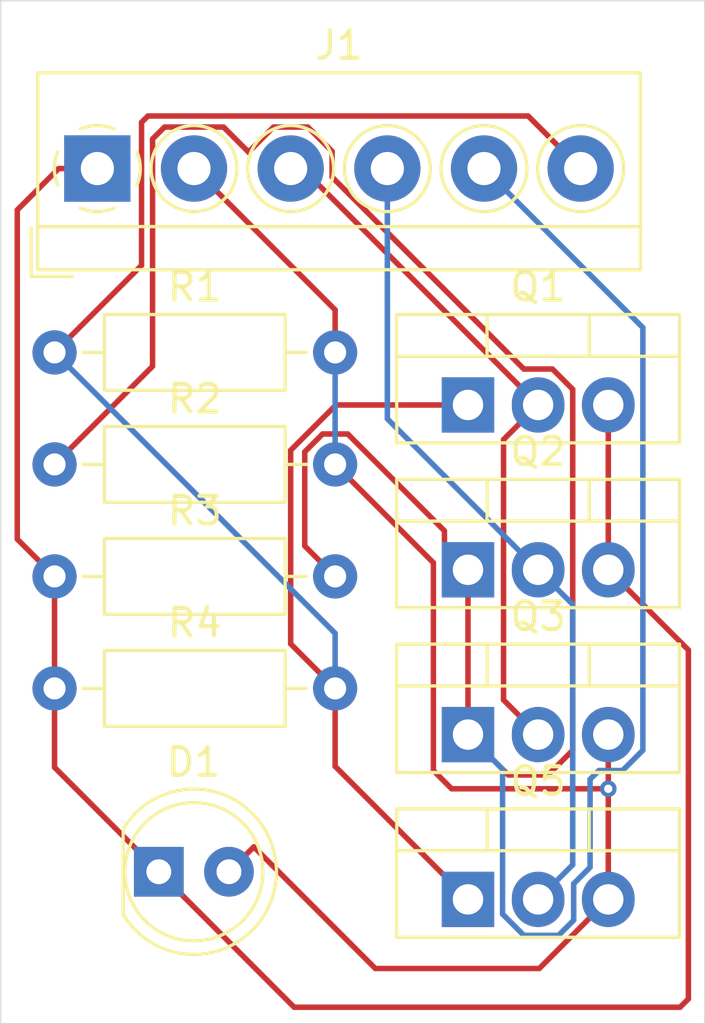
<source format=kicad_pcb>
(kicad_pcb (version 20240108) (generator "pcbnew") (generator_version "8.0")
  (layers (0 "F.Cu" signal) (31 "B.Cu" signal) (34 "B.Paste" user) (35 "F.Paste" user) (36 "B.SilkS" user "B.Silkscreen") (37 "F.SilkS" user "F.Silkscreen") (38 "B.Mask" user) (39 "F.Mask" user) (44 "Edge.Cuts" user))
  (net 0 "")
  (net 1 "Net-(D1-A)")
  (net 2 "Net-(D1-K)")
  (net 3 "Net-(J1-Pin_4)")
  (net 4 "Net-(J1-Pin_6)")
  (net 5 "Net-(J1-Pin_5)")
  (net 6 "Net-(J1-Pin_3)")
  (footprint "Package_TO_SOT_THT:TO-220-3_Vertical" (layer "F.Cu") (at 162.92 98.58)
    (property "Reference" "Q2" (at 2.54 -4.27 0) (layer "F.SilkS"))
    (property "Value" "IRLZ44N")
    (fp_line (start -2.58 -3.27) (end -2.58 1.371) (stroke (width 0.12)) (layer "F.SilkS"))
    (fp_line (start -2.58 -3.27) (end 7.66 -3.27) (stroke (width 0.12)) (layer "F.SilkS"))
    (fp_line (start -2.58 -1.76) (end 7.66 -1.76) (stroke (width 0.12)) (layer "F.SilkS"))
    (fp_line (start -2.58 1.371) (end 7.66 1.371) (stroke (width 0.12)) (layer "F.SilkS"))
    (fp_line (start 0.69 -3.27) (end 0.69 -1.76) (stroke (width 0.12)) (layer "F.SilkS"))
    (fp_line (start 4.391 -3.27) (end 4.391 -1.76) (stroke (width 0.12)) (layer "F.SilkS"))
    (fp_line (start 7.66 -3.27) (end 7.66 1.371) (stroke (width 0.12)) (layer "F.SilkS"))
    (pad "1" thru_hole rect (at 0 0) (size 1.905 2) (drill 1.1) (layers "*.Cu" "*.Mask") (net 5 "Net-(J1-Pin_5)"))
    (pad "2" thru_hole oval (at 2.54 0) (size 1.905 2) (drill 1.1) (layers "*.Cu" "*.Mask") (net 3 "Net-(J1-Pin_4)"))
    (pad "3" thru_hole oval (at 5.08 0) (size 1.905 2) (drill 1.1) (layers "*.Cu" "*.Mask") (net 2 "Net-(D1-K)"))
  )
  (footprint "Resistor_THT:R_Axial_DIN0207_L6.3mm_D2.5mm_P10.16mm_Horizontal" (layer "F.Cu") (at 147.95 98.82)
    (property "Reference" "R3" (at 5.08 -2.37 0) (layer "F.SilkS"))
    (property "Value" "10k")
    (fp_line (start 1.04 0) (end 1.81 0) (stroke (width 0.12)) (layer "F.SilkS"))
    (fp_line (start 1.81 -1.37) (end 1.81 1.37) (stroke (width 0.12)) (layer "F.SilkS"))
    (fp_line (start 1.81 1.37) (end 8.35 1.37) (stroke (width 0.12)) (layer "F.SilkS"))
    (fp_line (start 8.35 -1.37) (end 1.81 -1.37) (stroke (width 0.12)) (layer "F.SilkS"))
    (fp_line (start 8.35 1.37) (end 8.35 -1.37) (stroke (width 0.12)) (layer "F.SilkS"))
    (fp_line (start 9.12 0) (end 8.35 0) (stroke (width 0.12)) (layer "F.SilkS"))
    (pad "1" thru_hole circle (at 0 0) (size 1.6 1.6) (drill 0.8) (layers "*.Cu" "*.Mask") (net 2 "Net-(D1-K)"))
    (pad "2" thru_hole oval (at 10.16 0) (size 1.6 1.6) (drill 0.8) (layers "*.Cu" "*.Mask") (net 5 "Net-(J1-Pin_5)"))
  )
  (footprint "LED_THT:LED_D5.0mm_Clear" (layer "F.Cu") (at 151.725 109.5)
    (property "Reference" "D1" (at 1.27 -3.96 0) (layer "F.SilkS"))
    (property "Value" "LED")
    (fp_line (start -1.29 -1.545) (end -1.29 1.545) (stroke (width 0.12)) (layer "F.SilkS"))
    (fp_arc (start -1.29 -1.54483) (mid 2.072002 -2.880433) (end 4.26 0.000462) (stroke (width 0.12)) (layer "F.SilkS"))
    (fp_arc (start 4.26 -0.000462) (mid 2.072002 2.880433) (end -1.29 1.54483) (stroke (width 0.12)) (layer "F.SilkS"))
    (fp_circle (center 1.27 0) (end 3.77 0) (stroke (width 0.12)) (fill none) (layer "F.SilkS"))
    (pad "1" thru_hole rect (at 0 0) (size 1.8 1.8) (drill 0.9) (layers "*.Cu" "*.Mask") (net 2 "Net-(D1-K)"))
    (pad "2" thru_hole circle (at 2.54 0) (size 1.8 1.8) (drill 0.9) (layers "*.Cu" "*.Mask") (net 1 "Net-(D1-A)"))
  )
  (footprint "Resistor_THT:R_Axial_DIN0207_L6.3mm_D2.5mm_P10.16mm_Horizontal" (layer "F.Cu") (at 147.95 90.72)
    (property "Reference" "R1" (at 5.08 -2.37 0) (layer "F.SilkS"))
    (property "Value" "10K")
    (fp_line (start 1.04 0) (end 1.81 0) (stroke (width 0.12)) (layer "F.SilkS"))
    (fp_line (start 1.81 -1.37) (end 1.81 1.37) (stroke (width 0.12)) (layer "F.SilkS"))
    (fp_line (start 1.81 1.37) (end 8.35 1.37) (stroke (width 0.12)) (layer "F.SilkS"))
    (fp_line (start 8.35 -1.37) (end 1.81 -1.37) (stroke (width 0.12)) (layer "F.SilkS"))
    (fp_line (start 8.35 1.37) (end 8.35 -1.37) (stroke (width 0.12)) (layer "F.SilkS"))
    (fp_line (start 9.12 0) (end 8.35 0) (stroke (width 0.12)) (layer "F.SilkS"))
    (pad "1" thru_hole circle (at 0 0) (size 1.6 1.6) (drill 0.8) (layers "*.Cu" "*.Mask") (net 4 "Net-(J1-Pin_6)"))
    (pad "2" thru_hole oval (at 10.16 0) (size 1.6 1.6) (drill 0.8) (layers "*.Cu" "*.Mask") (net 1 "Net-(D1-A)"))
  )
  (footprint "TerminalBlock_4Ucon:TerminalBlock_4Ucon_1x06_P3.50mm_Horizontal" (layer "F.Cu") (at 149.5 84.07)
    (property "Reference" "J1" (at 8.75 -4.46 0) (layer "F.SilkS"))
    (property "Value" "Screw_Terminal_01x06")
    (fp_line (start -2.4 2.16) (end -2.4 3.9) (stroke (width 0.12)) (layer "F.SilkS"))
    (fp_line (start -2.4 3.9) (end -0.9 3.9) (stroke (width 0.12)) (layer "F.SilkS"))
    (fp_line (start -2.16 -3.46) (end -2.16 3.66) (stroke (width 0.12)) (layer "F.SilkS"))
    (fp_line (start -2.16 -3.46) (end 19.66 -3.46) (stroke (width 0.12)) (layer "F.SilkS"))
    (fp_line (start -2.16 2.1) (end 19.66 2.1) (stroke (width 0.12)) (layer "F.SilkS"))
    (fp_line (start -2.16 3.66) (end 19.66 3.66) (stroke (width 0.12)) (layer "F.SilkS"))
    (fp_line (start 19.66 -3.46) (end 19.66 3.66) (stroke (width 0.12)) (layer "F.SilkS"))
    (fp_arc (start -1.432109 0.607742) (mid -1.555727 -0.00014) (end -1.432 -0.608) (stroke (width 0.12)) (layer "F.SilkS"))
    (fp_arc (start -0.607742 -1.432109) (mid 0.00014 -1.555727) (end 0.608 -1.432) (stroke (width 0.12)) (layer "F.SilkS"))
    (fp_arc (start 0.027011 1.555493) (mid -0.296984 1.527118) (end -0.608 1.432) (stroke (width 0.12)) (layer "F.SilkS"))
    (fp_arc (start 0.607587 1.431385) (mid 0.310017 1.523783) (end 0 1.555) (stroke (width 0.12)) (layer "F.SilkS"))
    (fp_arc (start 1.432109 -0.607742) (mid 1.555727 0.00014) (end 1.432 0.608) (stroke (width 0.12)) (layer "F.SilkS"))
    (fp_circle (center 3.5 0) (end 5.055 0) (stroke (width 0.12)) (fill none) (layer "F.SilkS"))
    (fp_circle (center 7 0) (end 8.555 0) (stroke (width 0.12)) (fill none) (layer "F.SilkS"))
    (fp_circle (center 10.5 0) (end 12.055 0) (stroke (width 0.12)) (fill none) (layer "F.SilkS"))
    (fp_circle (center 14 0) (end 15.555 0) (stroke (width 0.12)) (fill none) (layer "F.SilkS"))
    (fp_circle (center 17.5 0) (end 19.055 0) (stroke (width 0.12)) (fill none) (layer "F.SilkS"))
    (pad "1" thru_hole rect (at 0 0) (size 2.4 2.4) (drill 1.2) (layers "*.Cu" "*.Mask") (net 2 "Net-(D1-K)"))
    (pad "2" thru_hole circle (at 3.5 0) (size 2.4 2.4) (drill 1.2) (layers "*.Cu" "*.Mask") (net 1 "Net-(D1-A)"))
    (pad "3" thru_hole circle (at 7 0) (size 2.4 2.4) (drill 1.2) (layers "*.Cu" "*.Mask") (net 6 "Net-(J1-Pin_3)"))
    (pad "4" thru_hole circle (at 10.5 0) (size 2.4 2.4) (drill 1.2) (layers "*.Cu" "*.Mask") (net 3 "Net-(J1-Pin_4)"))
    (pad "5" thru_hole circle (at 14 0) (size 2.4 2.4) (drill 1.2) (layers "*.Cu" "*.Mask") (net 5 "Net-(J1-Pin_5)"))
    (pad "6" thru_hole circle (at 17.5 0) (size 2.4 2.4) (drill 1.2) (layers "*.Cu" "*.Mask") (net 4 "Net-(J1-Pin_6)"))
  )
  (footprint "Package_TO_SOT_THT:TO-220-3_Vertical" (layer "F.Cu") (at 162.92 92.62)
    (property "Reference" "Q1" (at 2.54 -4.27 0) (layer "F.SilkS"))
    (property "Value" "IRLZ44N")
    (fp_line (start -2.58 -3.27) (end -2.58 1.371) (stroke (width 0.12)) (layer "F.SilkS"))
    (fp_line (start -2.58 -3.27) (end 7.66 -3.27) (stroke (width 0.12)) (layer "F.SilkS"))
    (fp_line (start -2.58 -1.76) (end 7.66 -1.76) (stroke (width 0.12)) (layer "F.SilkS"))
    (fp_line (start -2.58 1.371) (end 7.66 1.371) (stroke (width 0.12)) (layer "F.SilkS"))
    (fp_line (start 0.69 -3.27) (end 0.69 -1.76) (stroke (width 0.12)) (layer "F.SilkS"))
    (fp_line (start 4.391 -3.27) (end 4.391 -1.76) (stroke (width 0.12)) (layer "F.SilkS"))
    (fp_line (start 7.66 -3.27) (end 7.66 1.371) (stroke (width 0.12)) (layer "F.SilkS"))
    (pad "1" thru_hole rect (at 0 0) (size 1.905 2) (drill 1.1) (layers "*.Cu" "*.Mask") (net 4 "Net-(J1-Pin_6)"))
    (pad "2" thru_hole oval (at 2.54 0) (size 1.905 2) (drill 1.1) (layers "*.Cu" "*.Mask") (net 6 "Net-(J1-Pin_3)"))
    (pad "3" thru_hole oval (at 5.08 0) (size 1.905 2) (drill 1.1) (layers "*.Cu" "*.Mask") (net 2 "Net-(D1-K)"))
  )
  (footprint "Resistor_THT:R_Axial_DIN0207_L6.3mm_D2.5mm_P10.16mm_Horizontal" (layer "F.Cu") (at 147.95 94.77)
    (property "Reference" "R2" (at 5.08 -2.37 0) (layer "F.SilkS"))
    (property "Value" "10k")
    (fp_line (start 1.04 0) (end 1.81 0) (stroke (width 0.12)) (layer "F.SilkS"))
    (fp_line (start 1.81 -1.37) (end 1.81 1.37) (stroke (width 0.12)) (layer "F.SilkS"))
    (fp_line (start 1.81 1.37) (end 8.35 1.37) (stroke (width 0.12)) (layer "F.SilkS"))
    (fp_line (start 8.35 -1.37) (end 1.81 -1.37) (stroke (width 0.12)) (layer "F.SilkS"))
    (fp_line (start 8.35 1.37) (end 8.35 -1.37) (stroke (width 0.12)) (layer "F.SilkS"))
    (fp_line (start 9.12 0) (end 8.35 0) (stroke (width 0.12)) (layer "F.SilkS"))
    (pad "1" thru_hole circle (at 0 0) (size 1.6 1.6) (drill 0.8) (layers "*.Cu" "*.Mask") (net 5 "Net-(J1-Pin_5)"))
    (pad "2" thru_hole oval (at 10.16 0) (size 1.6 1.6) (drill 0.8) (layers "*.Cu" "*.Mask") (net 1 "Net-(D1-A)"))
  )
  (footprint "Package_TO_SOT_THT:TO-220-3_Vertical" (layer "F.Cu") (at 162.92 104.54)
    (property "Reference" "Q3" (at 2.54 -4.27 0) (layer "F.SilkS"))
    (property "Value" "IRF4905")
    (fp_line (start -2.58 -3.27) (end -2.58 1.371) (stroke (width 0.12)) (layer "F.SilkS"))
    (fp_line (start -2.58 -3.27) (end 7.66 -3.27) (stroke (width 0.12)) (layer "F.SilkS"))
    (fp_line (start -2.58 -1.76) (end 7.66 -1.76) (stroke (width 0.12)) (layer "F.SilkS"))
    (fp_line (start -2.58 1.371) (end 7.66 1.371) (stroke (width 0.12)) (layer "F.SilkS"))
    (fp_line (start 0.69 -3.27) (end 0.69 -1.76) (stroke (width 0.12)) (layer "F.SilkS"))
    (fp_line (start 4.391 -3.27) (end 4.391 -1.76) (stroke (width 0.12)) (layer "F.SilkS"))
    (fp_line (start 7.66 -3.27) (end 7.66 1.371) (stroke (width 0.12)) (layer "F.SilkS"))
    (pad "1" thru_hole rect (at 0 0) (size 1.905 2) (drill 1.1) (layers "*.Cu" "*.Mask") (net 5 "Net-(J1-Pin_5)"))
    (pad "2" thru_hole oval (at 2.54 0) (size 1.905 2) (drill 1.1) (layers "*.Cu" "*.Mask") (net 6 "Net-(J1-Pin_3)"))
    (pad "3" thru_hole oval (at 5.08 0) (size 1.905 2) (drill 1.1) (layers "*.Cu" "*.Mask") (net 1 "Net-(D1-A)"))
  )
  (footprint "Package_TO_SOT_THT:TO-220-3_Vertical" (layer "F.Cu") (at 162.92 110.5)
    (property "Reference" "Q5" (at 2.54 -4.27 0) (layer "F.SilkS"))
    (property "Value" "IRF4905")
    (fp_line (start -2.58 -3.27) (end -2.58 1.371) (stroke (width 0.12)) (layer "F.SilkS"))
    (fp_line (start -2.58 -3.27) (end 7.66 -3.27) (stroke (width 0.12)) (layer "F.SilkS"))
    (fp_line (start -2.58 -1.76) (end 7.66 -1.76) (stroke (width 0.12)) (layer "F.SilkS"))
    (fp_line (start -2.58 1.371) (end 7.66 1.371) (stroke (width 0.12)) (layer "F.SilkS"))
    (fp_line (start 0.69 -3.27) (end 0.69 -1.76) (stroke (width 0.12)) (layer "F.SilkS"))
    (fp_line (start 4.391 -3.27) (end 4.391 -1.76) (stroke (width 0.12)) (layer "F.SilkS"))
    (fp_line (start 7.66 -3.27) (end 7.66 1.371) (stroke (width 0.12)) (layer "F.SilkS"))
    (pad "1" thru_hole rect (at 0 0) (size 1.905 2) (drill 1.1) (layers "*.Cu" "*.Mask") (net 4 "Net-(J1-Pin_6)"))
    (pad "2" thru_hole oval (at 2.54 0) (size 1.905 2) (drill 1.1) (layers "*.Cu" "*.Mask") (net 3 "Net-(J1-Pin_4)"))
    (pad "3" thru_hole oval (at 5.08 0) (size 1.905 2) (drill 1.1) (layers "*.Cu" "*.Mask") (net 1 "Net-(D1-A)"))
  )
  (footprint "Resistor_THT:R_Axial_DIN0207_L6.3mm_D2.5mm_P10.16mm_Horizontal" (layer "F.Cu") (at 147.95 102.87)
    (property "Reference" "R4" (at 5.08 -2.37 0) (layer "F.SilkS"))
    (property "Value" "10k")
    (fp_line (start 1.04 0) (end 1.81 0) (stroke (width 0.12)) (layer "F.SilkS"))
    (fp_line (start 1.81 -1.37) (end 1.81 1.37) (stroke (width 0.12)) (layer "F.SilkS"))
    (fp_line (start 1.81 1.37) (end 8.35 1.37) (stroke (width 0.12)) (layer "F.SilkS"))
    (fp_line (start 8.35 -1.37) (end 1.81 -1.37) (stroke (width 0.12)) (layer "F.SilkS"))
    (fp_line (start 8.35 1.37) (end 8.35 -1.37) (stroke (width 0.12)) (layer "F.SilkS"))
    (fp_line (start 9.12 0) (end 8.35 0) (stroke (width 0.12)) (layer "F.SilkS"))
    (pad "1" thru_hole circle (at 0 0) (size 1.6 1.6) (drill 0.8) (layers "*.Cu" "*.Mask") (net 2 "Net-(D1-K)"))
    (pad "2" thru_hole oval (at 10.16 0) (size 1.6 1.6) (drill 0.8) (layers "*.Cu" "*.Mask") (net 4 "Net-(J1-Pin_6)"))
  )
  (gr_rect (start 146 78) (end 171.5 115) (stroke (width 0.05)) (fill none) (layer "Edge.Cuts"))
  (segment (start 155.165 108.6) (end 159.565 113) (width 0.2) (layer "F.Cu") (net 1))
  (segment (start 153 84.07) (end 158.11 89.18) (width 0.2) (layer "F.Cu") (net 1))
  (segment (start 161.6675 98.3275) (end 161.6675 105.84) (width 0.2) (layer "F.Cu") (net 1))
  (segment (start 168 106.5) (end 168 104.54) (width 0.2) (layer "F.Cu") (net 1))
  (segment (start 168 110.5) (end 168 106.5) (width 0.2) (layer "F.Cu") (net 1))
  (segment (start 158.11 94.77) (end 161.6675 98.3275) (width 0.2) (layer "F.Cu") (net 1))
  (segment (start 158.11 89.18) (end 158.11 90.72) (width 0.2) (layer "F.Cu") (net 1))
  (segment (start 161.6675 105.84) (end 162.3275 106.5) (width 0.2) (layer "F.Cu") (net 1))
  (segment (start 159.565 113) (end 165.5 113) (width 0.2) (layer "F.Cu") (net 1))
  (segment (start 162.3275 106.5) (end 168 106.5) (width 0.2) (layer "F.Cu") (net 1))
  (segment (start 154.265 109.5) (end 155.165 108.6) (width 0.2) (layer "F.Cu") (net 1))
  (segment (start 165.5 113) (end 168 110.5) (width 0.2) (layer "F.Cu") (net 1))
  (via (at 168 106.5) (size 0.6) (drill 0.3) (layers "F.Cu" "B.Cu") (net 1))
  (segment (start 158.11 94.77) (end 158.11 90.72) (width 0.2) (layer "B.Cu") (net 1))
  (segment (start 170.9 101.48) (end 168 98.58) (width 0.2) (layer "F.Cu") (net 2))
  (segment (start 147.95 98.82) (end 147.95 102.87) (width 0.2) (layer "F.Cu") (net 2))
  (segment (start 168 98.58) (end 168 92.62) (width 0.2) (layer "F.Cu") (net 2))
  (segment (start 170.6 114.4) (end 170.9 114.1) (width 0.2) (layer "F.Cu") (net 2))
  (segment (start 149.5 84.07) (end 148.1 84.07) (width 0.2) (layer "F.Cu") (net 2))
  (segment (start 147.95 102.87) (end 147.95 105.725) (width 0.2) (layer "F.Cu") (net 2))
  (segment (start 151.725 109.5) (end 156.625 114.4) (width 0.2) (layer "F.Cu") (net 2))
  (segment (start 146.6 97.47) (end 147.95 98.82) (width 0.2) (layer "F.Cu") (net 2))
  (segment (start 148.1 84.07) (end 146.6 85.57) (width 0.2) (layer "F.Cu") (net 2))
  (segment (start 170.9 114.1) (end 170.9 101.48) (width 0.2) (layer "F.Cu") (net 2))
  (segment (start 156.625 114.4) (end 170.6 114.4) (width 0.2) (layer "F.Cu") (net 2))
  (segment (start 147.95 105.725) (end 151.725 109.5) (width 0.2) (layer "F.Cu") (net 2))
  (segment (start 146.6 85.57) (end 146.6 97.47) (width 0.2) (layer "F.Cu") (net 2))
  (segment (start 160 93.12) (end 160 84.07) (width 0.2) (layer "B.Cu") (net 3))
  (segment (start 166.7125 109.2475) (end 166.7125 99.8325) (width 0.2) (layer "B.Cu") (net 3))
  (segment (start 165.46 98.58) (end 160 93.12) (width 0.2) (layer "B.Cu") (net 3))
  (segment (start 165.46 110.5) (end 166.7125 109.2475) (width 0.2) (layer "B.Cu") (net 3))
  (segment (start 166.7125 99.8325) (end 165.46 98.58) (width 0.2) (layer "B.Cu") (net 3))
  (segment (start 151.33 82.17) (end 165.1 82.17) (width 0.2) (layer "F.Cu") (net 4))
  (segment (start 151.1 82.4) (end 151.33 82.17) (width 0.2) (layer "F.Cu") (net 4))
  (segment (start 158.11 102.87) (end 158.11 105.69) (width 0.2) (layer "F.Cu") (net 4))
  (segment (start 158.11 105.69) (end 162.92 110.5) (width 0.2) (layer "F.Cu") (net 4))
  (segment (start 156.5 101.26) (end 158.11 102.87) (width 0.2) (layer "F.Cu") (net 4))
  (segment (start 151.1 87.57) (end 151.1 82.4) (width 0.2) (layer "F.Cu") (net 4))
  (segment (start 158.138679 92.62) (end 156.5 94.258679) (width 0.2) (layer "F.Cu") (net 4))
  (segment (start 165.1 82.17) (end 167 84.07) (width 0.2) (layer "F.Cu") (net 4))
  (segment (start 147.95 90.72) (end 151.1 87.57) (width 0.2) (layer "F.Cu") (net 4))
  (segment (start 162.92 92.62) (end 158.138679 92.62) (width 0.2) (layer "F.Cu") (net 4))
  (segment (start 156.5 94.258679) (end 156.5 101.26) (width 0.2) (layer "F.Cu") (net 4))
  (segment (start 147.95 90.72) (end 158.11 100.88) (width 0.2) (layer "B.Cu") (net 4))
  (segment (start 158.11 100.88) (end 158.11 102.87) (width 0.2) (layer "B.Cu") (net 4))
  (segment (start 155.878679 82.57) (end 157.121321 82.57) (width 0.2) (layer "F.Cu") (net 5))
  (segment (start 151.5 83) (end 151.93 82.57) (width 0.2) (layer "F.Cu") (net 5))
  (segment (start 164.941198 91.32) (end 165.978802 91.32) (width 0.2) (layer "F.Cu") (net 5))
  (segment (start 165.818802 106) (end 164.38 106) (width 0.2) (layer "F.Cu") (net 5))
  (segment (start 162.485685 98.58) (end 162.0675 98.161815) (width 0.2) (layer "F.Cu") (net 5))
  (segment (start 151.5 91.22) (end 151.5 83) (width 0.2) (layer "F.Cu") (net 5))
  (segment (start 157.01 94.314365) (end 157.01 97.72) (width 0.2) (layer "F.Cu") (net 5))
  (segment (start 166.7125 105.106302) (end 165.818802 106) (width 0.2) (layer "F.Cu") (net 5))
  (segment (start 157.121321 82.57) (end 158 83.448679) (width 0.2) (layer "F.Cu") (net 5))
  (segment (start 158 83.448679) (end 158 84.378802) (width 0.2) (layer "F.Cu") (net 5))
  (segment (start 155 83.448679) (end 155.878679 82.57) (width 0.2) (layer "F.Cu") (net 5))
  (segment (start 162.92 98.58) (end 162.485685 98.58) (width 0.2) (layer "F.Cu") (net 5))
  (segment (start 151.93 82.57) (end 154.07 82.57) (width 0.2) (layer "F.Cu") (net 5))
  (segment (start 147.95 94.77) (end 151.5 91.22) (width 0.2) (layer "F.Cu") (net 5))
  (segment (start 164.38 106) (end 162.92 104.54) (width 0.2) (layer "F.Cu") (net 5))
  (segment (start 162.0675 97.171865) (end 158.565635 93.67) (width 0.2) (layer "F.Cu") (net 5))
  (segment (start 157.654365 93.67) (end 157.01 94.314365) (width 0.2) (layer "F.Cu") (net 5))
  (segment (start 158 84.378802) (end 164.941198 91.32) (width 0.2) (layer "F.Cu") (net 5))
  (segment (start 157.01 97.72) (end 158.11 98.82) (width 0.2) (layer "F.Cu") (net 5))
  (segment (start 162.92 104.54) (end 162.92 98.58) (width 0.2) (layer "F.Cu") (net 5))
  (segment (start 166.7125 92.053698) (end 166.7125 105.106302) (width 0.2) (layer "F.Cu") (net 5))
  (segment (start 155 83.5) (end 155 83.448679) (width 0.2) (layer "F.Cu") (net 5))
  (segment (start 154.07 82.57) (end 155 83.5) (width 0.2) (layer "F.Cu") (net 5))
  (segment (start 158.565635 93.67) (end 157.654365 93.67) (width 0.2) (layer "F.Cu") (net 5))
  (segment (start 162.0675 98.161815) (end 162.0675 97.171865) (width 0.2) (layer "F.Cu") (net 5))
  (segment (start 165.978802 91.32) (end 166.7125 92.053698) (width 0.2) (layer "F.Cu") (net 5))
  (segment (start 166.2 111.8) (end 164.941198 111.8) (width 0.2) (layer "B.Cu") (net 5))
  (segment (start 163.5 84.07) (end 169.2525 89.8225) (width 0.2) (layer "B.Cu") (net 5))
  (segment (start 164.1725 111.031302) (end 164.1725 105.7925) (width 0.2) (layer "B.Cu") (net 5))
  (segment (start 168.518802 105.84) (end 167.66 105.84) (width 0.2) (layer "B.Cu") (net 5))
  (segment (start 169.2525 89.8225) (end 169.2525 105.106302) (width 0.2) (layer "B.Cu") (net 5))
  (segment (start 166.7475 109.933698) (end 166.7475 111.2525) (width 0.2) (layer "B.Cu") (net 5))
  (segment (start 167.66 105.84) (end 167.340599 106.159401) (width 0.2) (layer "B.Cu") (net 5))
  (segment (start 164.1725 105.7925) (end 162.92 104.54) (width 0.2) (layer "B.Cu") (net 5))
  (segment (start 164.941198 111.8) (end 164.1725 111.031302) (width 0.2) (layer "B.Cu") (net 5))
  (segment (start 167.340599 106.159401) (end 167.340599 109.340599) (width 0.2) (layer "B.Cu") (net 5))
  (segment (start 167.340599 109.340599) (end 166.7475 109.933698) (width 0.2) (layer "B.Cu") (net 5))
  (segment (start 169.2525 105.106302) (end 168.518802 105.84) (width 0.2) (layer "B.Cu") (net 5))
  (segment (start 166.7475 111.2525) (end 166.2 111.8) (width 0.2) (layer "B.Cu") (net 5))
  (segment (start 164.2075 103.2875) (end 165.46 104.54) (width 0.2) (layer "F.Cu") (net 6))
  (segment (start 164.2075 93.8725) (end 164.2075 103.2875) (width 0.2) (layer "F.Cu") (net 6))
  (segment (start 156.5 84.07) (end 156.9225 84.07) (width 0.2) (layer "F.Cu") (net 6))
  (segment (start 156.9225 84.07) (end 165.46 92.6075) (width 0.2) (layer "F.Cu") (net 6))
  (segment (start 165.46 92.6075) (end 165.46 92.62) (width 0.2) (layer "F.Cu") (net 6))
  (segment (start 165.46 92.62) (end 164.2075 93.8725) (width 0.2) (layer "F.Cu") (net 6))
)
</source>
